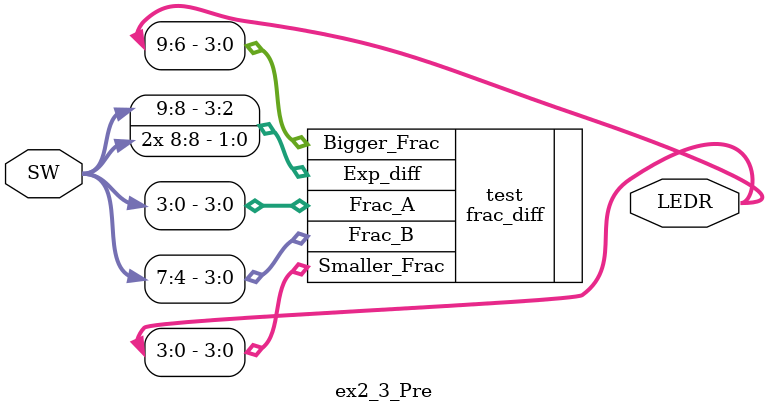
<source format=sv>
module ex2_3_Pre(
		input  logic [9:0] SW,
		output logic [9:0] LEDR
);

frac_diff	test(.Frac_A(SW[3:0]), .Frac_B(SW[7:4]), .Exp_diff({SW[9],{3{SW[8]}}}),
					  .Bigger_Frac(LEDR[9:6]), .Smaller_Frac(LEDR[3:0]) );
					  
endmodule
</source>
